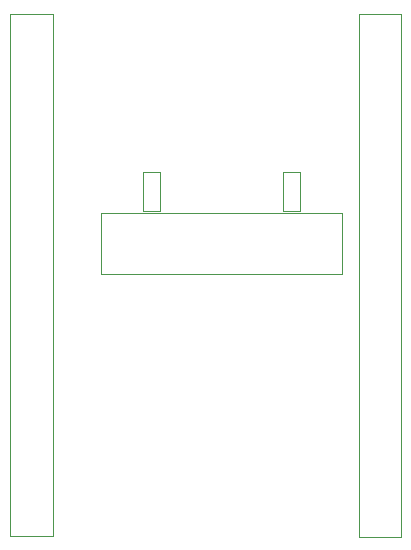
<source format=gbr>
G04 #@! TF.GenerationSoftware,KiCad,Pcbnew,(5.1.4)-1*
G04 #@! TF.CreationDate,2020-03-23T23:33:49-05:00*
G04 #@! TF.ProjectId,ExOneMicrorocessor,45784f6e-654d-4696-9372-6f726f636573,rev?*
G04 #@! TF.SameCoordinates,Original*
G04 #@! TF.FileFunction,Other,User*
%FSLAX46Y46*%
G04 Gerber Fmt 4.6, Leading zero omitted, Abs format (unit mm)*
G04 Created by KiCad (PCBNEW (5.1.4)-1) date 2020-03-23 23:33:49*
%MOMM*%
%LPD*%
G04 APERTURE LIST*
%ADD10C,0.050000*%
G04 APERTURE END LIST*
D10*
X138560400Y-80445200D02*
X142160400Y-80445200D01*
X138560400Y-124695200D02*
X138560400Y-80445200D01*
X142160400Y-124695200D02*
X138560400Y-124695200D01*
X142160400Y-80445200D02*
X142160400Y-124695200D01*
X168075200Y-80470600D02*
X171675200Y-80470600D01*
X168075200Y-124720600D02*
X168075200Y-80470600D01*
X171675200Y-124720600D02*
X168075200Y-124720600D01*
X171675200Y-80470600D02*
X171675200Y-124720600D01*
X146270100Y-97298200D02*
X166670100Y-97298200D01*
X146270100Y-102498200D02*
X146270100Y-97298200D01*
X166670100Y-102498200D02*
X146270100Y-102498200D01*
X166670100Y-97298200D02*
X166670100Y-102498200D01*
X151275800Y-97142600D02*
X151275800Y-93842600D01*
X149815800Y-97142600D02*
X151275800Y-97142600D01*
X149815800Y-93842600D02*
X149815800Y-97142600D01*
X151275800Y-93842600D02*
X149815800Y-93842600D01*
X163137600Y-97117200D02*
X163137600Y-93817200D01*
X161677600Y-97117200D02*
X163137600Y-97117200D01*
X161677600Y-93817200D02*
X161677600Y-97117200D01*
X163137600Y-93817200D02*
X161677600Y-93817200D01*
M02*

</source>
